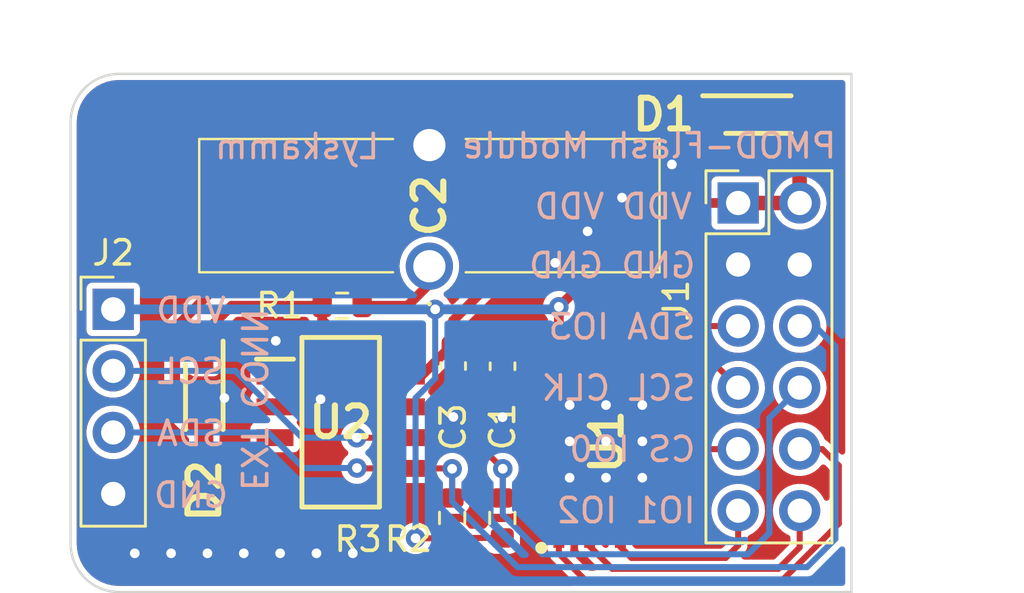
<source format=kicad_pcb>
(kicad_pcb (version 20211014) (generator pcbnew)
  (layers (0 "F.Cu" signal) (31 "B.Cu" signal) (34 "B.Paste" user) (35 "F.Paste" user) (36 "B.SilkS" user "B.Silkscreen") (37 "F.SilkS" user "F.Silkscreen") (38 "B.Mask" user) (39 "F.Mask" user) (44 "Edge.Cuts" user))
  (net 0 "")
  (net 1 "GND")
  (net 2 "VDD")
  (net 3 "Net-(C2-Pad1)")
  (net 4 "Net-(C3-Pad2)")
  (net 5 "/FLASH_CLK")
  (net 6 "/FLASH_IO2")
  (net 7 "/FLASH_IO1")
  (net 8 "/FLASH_IO3")
  (net 9 "/FLASH_IO0")
  (net 10 "/I2C_SCL")
  (net 11 "/FLASH_CS")
  (net 12 "/I2C_SDA")
  (footprint "Capacitor_SMD:C_0603_1608Metric" (layer "F.Cu") (at 146.05 101.01 90)
    (fp_text reference "C3" (at -2.52 0 90) (layer "F.SilkS"))
    (fp_text value "0.1uF")
    (fp_line (start -0.14058 0.51) (end 0.14058 0.51) (layer "F.SilkS") (width 0.12))
    (fp_line (start -0.14058 -0.51) (end 0.14058 -0.51) (layer "F.SilkS") (width 0.12))
    (pad "1" smd roundrect (at -0.775 0 90) (size 0.9 0.95) (layers "F.Cu" "F.Paste" "F.Mask") (net 1 "GND"))
    (pad "2" smd roundrect (at 0.775 0 90) (size 0.9 0.95) (layers "F.Cu" "F.Paste" "F.Mask") (net 4 "Net-(C3-Pad2)"))
  )
  (footprint "EECS5R5H155N:EECS5R5V155N" (layer "F.Cu") (at 145.07 94.39 90)
    (fp_text reference "C2" (at 0 0 90) (layer "F.SilkS") (effects (font (size 1.27 1.27) (thickness 0.254))))
    (fp_text value "1.5F" hide)
    (fp_line (start -4.1 0) (end -4.1 0) (layer "F.SilkS") (width 0.1))
    (fp_line (start -2.75 -1.5) (end -2.75 -9.5) (layer "F.SilkS") (width 0.1))
    (fp_line (start -4 0) (end -4 0) (layer "F.SilkS") (width 0.1))
    (fp_line (start 2.75 1.5) (end 2.75 9.5) (layer "F.SilkS") (width 0.1))
    (fp_line (start -2.75 9.5) (end -2.75 1.5) (layer "F.SilkS") (width 0.1))
    (fp_line (start 2.75 9.5) (end -2.75 9.5) (layer "F.SilkS") (width 0.1))
    (fp_line (start 2.75 -9.5) (end 2.75 -1.5) (layer "F.SilkS") (width 0.1))
    (fp_line (start -2.75 -9.5) (end 2.75 -9.5) (layer "F.SilkS") (width 0.1))
    (fp_arc (start -4.1 0) (mid -4.05 -0.05) (end -4 0) (layer "F.SilkS") (width 0.1))
    (fp_arc (start -4 0) (mid -4.05 0.05) (end -4.1 0) (layer "F.SilkS") (width 0.1))
    (pad "1" thru_hole circle locked (at -2.5 0 90) (size 1.95 1.95) (drill 1.33) (layers *.Cu *.Mask) (net 3 "Net-(C2-Pad1)"))
    (pad "2" thru_hole circle locked (at 2.5 0 90) (size 1.95 1.95) (drill 1.33) (layers *.Cu *.Mask) (net 1 "GND"))
  )
  (footprint "W25N01GVZEIG:SON127P800X600X80-9N-D" (layer "F.Cu") (at 152.32 104.14 90)
    (fp_text reference "U1" (at 0.01 0.07 90) (layer "F.SilkS") (effects (font (size 1.27 1.27) (thickness 0.254))))
    (fp_text value "W25N01GVZEIG" hide)
    (fp_circle (center -4.375 -2.63) (end -4.375 -2.505) (layer "F.SilkS") (width 0.25) (fill none))
    (pad "1" smd rect locked (at -3.9 -1.905 180) (size 0.45 0.95) (layers "F.Cu" "F.Paste" "F.Mask") (net 11 "/FLASH_CS"))
    (pad "2" smd rect locked (at -3.9 -0.635 180) (size 0.45 0.95) (layers "F.Cu" "F.Paste" "F.Mask") (net 7 "/FLASH_IO1"))
    (pad "3" smd rect locked (at -3.9 0.635 180) (size 0.45 0.95) (layers "F.Cu" "F.Paste" "F.Mask") (net 6 "/FLASH_IO2"))
    (pad "4" smd rect locked (at -3.9 1.905 180) (size 0.45 0.95) (layers "F.Cu" "F.Paste" "F.Mask") (net 1 "GND"))
    (pad "5" smd rect locked (at 3.9 1.905 180) (size 0.45 0.95) (layers "F.Cu" "F.Paste" "F.Mask") (net 9 "/FLASH_IO0"))
    (pad "6" smd rect locked (at 3.9 0.635 180) (size 0.45 0.95) (layers "F.Cu" "F.Paste" "F.Mask") (net 5 "/FLASH_CLK"))
    (pad "7" smd rect locked (at 3.9 -0.635 180) (size 0.45 0.95) (layers "F.Cu" "F.Paste" "F.Mask") (net 8 "/FLASH_IO3"))
    (pad "8" smd rect locked (at 3.9 -1.905 180) (size 0.45 0.95) (layers "F.Cu" "F.Paste" "F.Mask") (net 2 "VDD"))
    (pad "9" smd rect locked (at 0 0 90) (size 4.7 5.25) (layers "F.Cu" "F.Paste" "F.Mask") (net 1 "GND"))
  )
  (footprint "Resistor_SMD:R_0603_1608Metric" (layer "F.Cu") (at 141.47 98.52)
    (fp_text reference "R1" (at -2.57 0) (layer "F.SilkS"))
    (fp_text value "50")
    (fp_line (start -0.237258 -0.5225) (end 0.237258 -0.5225) (layer "F.SilkS") (width 0.12))
    (fp_line (start -0.237258 0.5225) (end 0.237258 0.5225) (layer "F.SilkS") (width 0.12))
    (pad "1" smd roundrect (at -0.825 0) (size 0.8 0.95) (layers "F.Cu" "F.Paste" "F.Mask") (net 4 "Net-(C3-Pad2)"))
    (pad "2" smd roundrect (at 0.825 0) (size 0.8 0.95) (layers "F.Cu" "F.Paste" "F.Mask") (net 3 "Net-(C2-Pad1)"))
  )
  (footprint "Resistor_SMD:R_0603_1608Metric" (layer "F.Cu") (at 146.01 107.28 90)
    (fp_text reference "R3" (at -0.88 -3.88) (layer "F.SilkS"))
    (fp_text value "4.7k")
    (fp_line (start -0.237258 0.5225) (end 0.237258 0.5225) (layer "F.SilkS") (width 0.12))
    (fp_line (start -0.237258 -0.5225) (end 0.237258 -0.5225) (layer "F.SilkS") (width 0.12))
    (pad "1" smd roundrect (at -0.825 0 90) (size 0.8 0.95) (layers "F.Cu" "F.Paste" "F.Mask") (net 2 "VDD"))
    (pad "2" smd roundrect (at 0.825 0 90) (size 0.8 0.95) (layers "F.Cu" "F.Paste" "F.Mask") (net 12 "/I2C_SDA"))
  )
  (footprint "Resistor_SMD:R_0603_1608Metric" (layer "F.Cu") (at 148.08 107.28 90)
    (fp_text reference "R2" (at -0.88 -3.87) (layer "F.SilkS"))
    (fp_text value "4.7k")
    (fp_line (start -0.237258 0.5225) (end 0.237258 0.5225) (layer "F.SilkS") (width 0.12))
    (fp_line (start -0.237258 -0.5225) (end 0.237258 -0.5225) (layer "F.SilkS") (width 0.12))
    (pad "1" smd roundrect (at -0.825 0 90) (size 0.8 0.95) (layers "F.Cu" "F.Paste" "F.Mask") (net 2 "VDD"))
    (pad "2" smd roundrect (at 0.825 0 90) (size 0.8 0.95) (layers "F.Cu" "F.Paste" "F.Mask") (net 10 "/I2C_SCL"))
  )
  (footprint "RX8010SJ:SOIC127P600X265-8N" (layer "F.Cu") (at 141.41 103.33)
    (fp_text reference "U2" (at 0 0) (layer "F.SilkS") (effects (font (size 1.27 1.27) (thickness 0.254))))
    (fp_text value "RX8010SJ" hide)
    (fp_line (start -3.475 -2.605) (end -1.95 -2.605) (layer "F.SilkS") (width 0.2))
    (fp_line (start -1.6 3.5) (end -1.6 -3.5) (layer "F.SilkS") (width 0.2))
    (fp_line (start 1.6 -3.5) (end 1.6 3.5) (layer "F.SilkS") (width 0.2))
    (fp_line (start -1.6 -3.5) (end 1.6 -3.5) (layer "F.SilkS") (width 0.2))
    (fp_line (start 1.6 3.5) (end -1.6 3.5) (layer "F.SilkS") (width 0.2))
    (pad "1" smd rect locked (at -2.712 -1.905 90) (size 0.7 1.525) (layers "F.Cu" "F.Paste" "F.Mask"))
    (pad "2" smd rect locked (at -2.712 -0.635 90) (size 0.7 1.525) (layers "F.Cu" "F.Paste" "F.Mask"))
    (pad "3" smd rect locked (at -2.712 0.635 90) (size 0.7 1.525) (layers "F.Cu" "F.Paste" "F.Mask"))
    (pad "4" smd rect locked (at -2.712 1.905 90) (size 0.7 1.525) (layers "F.Cu" "F.Paste" "F.Mask") (net 1 "GND"))
    (pad "5" smd rect locked (at 2.712 1.905 90) (size 0.7 1.525) (layers "F.Cu" "F.Paste" "F.Mask") (net 12 "/I2C_SDA"))
    (pad "6" smd rect locked (at 2.712 0.635 90) (size 0.7 1.525) (layers "F.Cu" "F.Paste" "F.Mask") (net 10 "/I2C_SCL"))
    (pad "7" smd rect locked (at 2.712 -0.635 90) (size 0.7 1.525) (layers "F.Cu" "F.Paste" "F.Mask"))
    (pad "8" smd rect locked (at 2.712 -1.905 90) (size 0.7 1.525) (layers "F.Cu" "F.Paste" "F.Mask") (net 4 "Net-(C3-Pad2)"))
  )
  (footprint "Capacitor_SMD:C_0603_1608Metric" (layer "F.Cu") (at 148.09 101.02 90)
    (fp_text reference "C1" (at -2.49 0 90) (layer "F.SilkS"))
    (fp_text value "0.1uF")
    (fp_line (start -0.14058 0.51) (end 0.14058 0.51) (layer "F.SilkS") (width 0.12))
    (fp_line (start -0.14058 -0.51) (end 0.14058 -0.51) (layer "F.SilkS") (width 0.12))
    (pad "1" smd roundrect (at -0.775 0 90) (size 0.9 0.95) (layers "F.Cu" "F.Paste" "F.Mask") (net 1 "GND"))
    (pad "2" smd roundrect (at 0.775 0 90) (size 0.9 0.95) (layers "F.Cu" "F.Paste" "F.Mask") (net 2 "VDD"))
  )
  (footprint "1N5819HW:SOD3716X145N" (layer "F.Cu") (at 135.78 102.28 -90)
    (fp_text reference "D2" (at 3.88 0 90) (layer "F.SilkS") (effects (font (size 1.27 1.27) (thickness 0.254))))
    (fp_text value "1N5819HW" hide)
    (fp_line (start -2.3 -0.775) (end 1.35 -0.775) (layer "F.SilkS") (width 0.2))
    (fp_line (start -1.35 0.775) (end 1.35 0.775) (layer "F.SilkS") (width 0.2))
    (pad "1" smd rect locked (at -1.7 0) (size 0.75 1.2) (layers "F.Cu" "F.Paste" "F.Mask") (net 4 "Net-(C3-Pad2)"))
    (pad "2" smd rect locked (at 1.7 0) (size 0.75 1.2) (layers "F.Cu" "F.Paste" "F.Mask") (net 3 "Net-(C2-Pad1)"))
  )
  (footprint "1N5819HW:SOD3716X145N" (layer "F.Cu") (at 158.65 90.63)
    (fp_text reference "D1" (at -3.91 0) (layer "F.SilkS") (effects (font (size 1.27 1.27) (thickness 0.254))))
    (fp_text value "1N5819HW" hide)
    (fp_line (start -2.3 -0.775) (end 1.35 -0.775) (layer "F.SilkS") (width 0.2))
    (fp_line (start -1.35 0.775) (end 1.35 0.775) (layer "F.SilkS") (width 0.2))
    (pad "1" smd rect locked (at -1.7 0 90) (size 0.75 1.2) (layers "F.Cu" "F.Paste" "F.Mask") (net 4 "Net-(C3-Pad2)"))
    (pad "2" smd rect locked (at 1.7 0 90) (size 0.75 1.2) (layers "F.Cu" "F.Paste" "F.Mask") (net 2 "VDD"))
  )
  (footprint "Connector_PinHeader_2.54mm:PinHeader_2x06_P2.54mm_Vertical" (layer "F.Cu") (at 157.815 94.28)
    (fp_text reference "J1" (at -2.555 4.03 90) (layer "F.SilkS"))
    (fp_text value "PMOD_02x06")
    (fp_line (start -1.33 1.27) (end 1.27 1.27) (layer "F.SilkS") (width 0.12))
    (fp_line (start -1.33 0) (end -1.33 -1.33) (layer "F.SilkS") (width 0.12))
    (fp_line (start 1.27 1.27) (end 1.27 -1.33) (layer "F.SilkS") (width 0.12))
    (fp_line (start 1.27 -1.33) (end 3.87 -1.33) (layer "F.SilkS") (width 0.12))
    (fp_line (start -1.33 1.27) (end -1.33 14.03) (layer "F.SilkS") (width 0.12))
    (fp_line (start -1.33 14.03) (end 3.87 14.03) (layer "F.SilkS") (width 0.12))
    (fp_line (start 3.87 -1.33) (end 3.87 14.03) (layer "F.SilkS") (width 0.12))
    (fp_line (start -1.33 -1.33) (end 0 -1.33) (layer "F.SilkS") (width 0.12))
    (pad "1" thru_hole rect (at 0 0) (size 1.7 1.7) (drill 1) (layers *.Cu *.Mask) (net 2 "VDD"))
    (pad "2" thru_hole oval (at 2.54 0) (size 1.7 1.7) (drill 1) (layers *.Cu *.Mask) (net 2 "VDD"))
    (pad "3" thru_hole oval (at 0 2.54) (size 1.7 1.7) (drill 1) (layers *.Cu *.Mask) (net 1 "GND"))
    (pad "4" thru_hole oval (at 2.54 2.54) (size 1.7 1.7) (drill 1) (layers *.Cu *.Mask) (net 1 "GND"))
    (pad "5" thru_hole oval (at 0 5.08) (size 1.7 1.7) (drill 1) (layers *.Cu *.Mask) (net 8 "/FLASH_IO3"))
    (pad "6" thru_hole oval (at 2.54 5.08) (size 1.7 1.7) (drill 1) (layers *.Cu *.Mask) (net 12 "/I2C_SDA"))
    (pad "7" thru_hole oval (at 0 7.62) (size 1.7 1.7) (drill 1) (layers *.Cu *.Mask) (net 5 "/FLASH_CLK"))
    (pad "8" thru_hole oval (at 2.54 7.62) (size 1.7 1.7) (drill 1) (layers *.Cu *.Mask) (net 10 "/I2C_SCL"))
    (pad "9" thru_hole oval (at 0 10.16) (size 1.7 1.7) (drill 1) (layers *.Cu *.Mask) (net 9 "/FLASH_IO0"))
    (pad "10" thru_hole oval (at 2.54 10.16) (size 1.7 1.7) (drill 1) (layers *.Cu *.Mask) (net 11 "/FLASH_CS"))
    (pad "11" thru_hole oval (at 0 12.7) (size 1.7 1.7) (drill 1) (layers *.Cu *.Mask) (net 6 "/FLASH_IO2"))
    (pad "12" thru_hole oval (at 2.54 12.7) (size 1.7 1.7) (drill 1) (layers *.Cu *.Mask) (net 7 "/FLASH_IO1"))
  )
  (footprint "Connector_PinHeader_2.54mm:PinHeader_1x04_P2.54mm_Vertical" (layer "F.Cu") (at 132.02 98.67)
    (fp_text reference "J2" (at 0 -2.33) (layer "F.SilkS"))
    (fp_text value "Conn_01x04")
    (fp_line (start 1.33 1.27) (end 1.33 8.95) (layer "F.SilkS") (width 0.12))
    (fp_line (start -1.33 0) (end -1.33 -1.33) (layer "F.SilkS") (width 0.12))
    (fp_line (start -1.33 -1.33) (end 0 -1.33) (layer "F.SilkS") (width 0.12))
    (fp_line (start -1.33 1.27) (end 1.33 1.27) (layer "F.SilkS") (width 0.12))
    (fp_line (start -1.33 1.27) (end -1.33 8.95) (layer "F.SilkS") (width 0.12))
    (fp_line (start -1.33 8.95) (end 1.33 8.95) (layer "F.SilkS") (width 0.12))
    (pad "1" thru_hole rect (at 0 0) (size 1.7 1.7) (drill 1) (layers *.Cu *.Mask) (net 2 "VDD"))
    (pad "2" thru_hole oval (at 0 2.54) (size 1.7 1.7) (drill 1) (layers *.Cu *.Mask) (net 10 "/I2C_SCL"))
    (pad "3" thru_hole oval (at 0 5.08) (size 1.7 1.7) (drill 1) (layers *.Cu *.Mask) (net 12 "/I2C_SDA"))
    (pad "4" thru_hole oval (at 0 7.62) (size 1.7 1.7) (drill 1) (layers *.Cu *.Mask) (net 1 "GND"))
  )
  (gr_line (start 162.49 106.43) (end 162.49 110.33) (layer "Edge.Cuts") (width 0.1))
  (gr_line (start 162.49 88.97) (end 162.49 88.95) (layer "Edge.Cuts") (width 0.1))
  (gr_line (start 162.49 106.43) (end 162.49 88.97) (layer "Edge.Cuts") (width 0.1))
  (gr_arc (start 130.26 90.96) (mid 130.843715 89.540786) (end 132.26 88.95) (layer "Edge.Cuts") (width 0.1))
  (gr_line (start 162.49 110.33) (end 162.49 110.34) (layer "Edge.Cuts") (width 0.1))
  (gr_line (start 130.26 108.33) (end 130.26 90.96) (layer "Edge.Cuts") (width 0.1))
  (gr_line (start 162.49 88.95) (end 132.26 88.95) (layer "Edge.Cuts") (width 0.1))
  (gr_arc (start 132.26 110.34) (mid 130.843715 109.749214) (end 130.26 108.33) (layer "Edge.Cuts") (width 0.1))
  (gr_line (start 162.49 110.34) (end 132.26 110.34) (layer "Edge.Cuts") (width 0.1))
  (gr_text "GND" (at 135.23 106.34) (layer "B.SilkS") (effects (font (size 1 1)) (justify mirror)))
  (gr_text "EXT CONN" (at 137.81 102.4 270) (layer "B.SilkS") (effects (font (size 1 1)) (justify mirror)))
  (gr_text "SDA IO3" (at 153.022857 99.3925) (layer "B.SilkS") (effects (font (size 1 1)) (justify mirror)))
  (gr_text "GND GND" (at 152.618095 96.865) (layer "B.SilkS") (effects (font (size 1 1)) (justify mirror)))
  (gr_text "SCL CLK" (at 152.88 101.92) (layer "B.SilkS") (effects (font (size 1 1)) (justify mirror)))
  (gr_text "VDD VDD" (at 152.66 94.43) (layer "B.SilkS") (effects (font (size 1 1)) (justify mirror)))
  (gr_text "SCL" (at 135.23 101.23) (layer "B.SilkS") (effects (font (size 1 1)) (justify mirror)))
  (gr_text "CS IO0" (at 153.451429 104.4475) (layer "B.SilkS") (effects (font (size 1 1)) (justify mirror)))
  (gr_text "PMOD-Flash Module" (at 154.14 91.92) (layer "B.SilkS") (effects (font (size 1 1)) (justify mirror)))
  (gr_text "Lyskamm" (at 139.61 91.95) (layer "B.SilkS") (effects (font (size 1 1)) (justify mirror)))
  (gr_text "IO1 IO2" (at 153.189524 106.975) (layer "B.SilkS") (effects (font (size 1 1)) (justify mirror)))
  (gr_text "VDD" (at 135.23 98.72) (layer "B.SilkS") (effects (font (size 1 1)) (justify mirror)))
  (gr_text "SDA" (at 135.23 103.79) (layer "B.SilkS") (effects (font (size 1 1)) (justify mirror)))
  (via (at 132.91 108.74) (size 0.8) (drill 0.4) (layers "F.Cu" "B.Cu") (net 1))
  (via (at 150.86 102.62) (size 0.8) (drill 0.4) (layers "F.Cu" "B.Cu") (net 1))
  (via (at 140.58 102.38) (size 0.8) (drill 0.4) (layers "F.Cu" "B.Cu") (net 1))
  (via (at 153.02 94.06) (size 0.8) (drill 0.4) (layers "F.Cu" "B.Cu") (net 1))
  (via (at 153.86 102.62) (size 0.8) (drill 0.4) (layers "F.Cu" "B.Cu") (net 1))
  (via (at 150.86 104.12) (size 0.8) (drill 0.4) (layers "F.Cu" "B.Cu") (net 1))
  (via (at 155.08 92.69) (size 0.8) (drill 0.4) (layers "F.Cu" "B.Cu") (net 1))
  (via (at 138.73 99.97) (size 0.8) (drill 0.4) (layers "F.Cu" "B.Cu") (net 1))
  (via (at 136.61 102.33) (size 0.8) (drill 0.4) (layers "F.Cu" "B.Cu") (net 1))
  (via (at 134.41 108.74) (size 0.8) (drill 0.4) (layers "F.Cu" "B.Cu") (net 1))
  (via (at 150.86 105.62) (size 0.8) (drill 0.4) (layers "F.Cu" "B.Cu") (net 1))
  (via (at 148.09 103.12) (size 0.8) (drill 0.4) (layers "F.Cu" "B.Cu") (net 1))
  (via (at 151.6 95.45) (size 0.8) (drill 0.4) (layers "F.Cu" "B.Cu") (net 1))
  (via (at 137.41 108.74) (size 0.8) (drill 0.4) (layers "F.Cu" "B.Cu") (net 1))
  (via (at 152.36 104.12) (size 0.8) (drill 0.4) (layers "F.Cu" "B.Cu") (net 1))
  (via (at 135.91 108.74) (size 0.8) (drill 0.4) (layers "F.Cu" "B.Cu") (net 1))
  (via (at 141.91 108.74) (size 0.8) (drill 0.4) (layers "F.Cu" "B.Cu") (net 1))
  (via (at 150.26 96.75) (size 0.8) (drill 0.4) (layers "F.Cu" "B.Cu") (net 1))
  (via (at 140.41 108.74) (size 0.8) (drill 0.4) (layers "F.Cu" "B.Cu") (net 1))
  (via (at 146.06 103.11) (size 0.8) (drill 0.4) (layers "F.Cu" "B.Cu") (net 1))
  (via (at 138.91 108.74) (size 0.8) (drill 0.4) (layers "F.Cu" "B.Cu") (net 1))
  (via (at 153.86 104.12) (size 0.8) (drill 0.4) (layers "F.Cu" "B.Cu") (net 1))
  (via (at 152.36 105.62) (size 0.8) (drill 0.4) (layers "F.Cu" "B.Cu") (net 1))
  (via (at 153.86 105.62) (size 0.8) (drill 0.4) (layers "F.Cu" "B.Cu") (net 1))
  (via (at 152.36 102.62) (size 0.8) (drill 0.4) (layers "F.Cu" "B.Cu") (net 1))
  (segment (start 144.5 108.12) (end 145.995 108.12) (width 0.25) (layer "F.Cu") (net 2))
  (segment (start 160.355 94.28) (end 157.815 94.28) (width 0.6) (layer "F.Cu") (net 2))
  (segment (start 160.35 90.63) (end 160.35 94.275) (width 0.6) (layer "F.Cu") (net 2))
  (segment (start 150.415 98.565) (end 150.415 100.24) (width 0.4) (layer "F.Cu") (net 2))
  (segment (start 146.01 108.105) (end 148.08 108.105) (width 0.25) (layer "F.Cu") (net 2))
  (segment (start 148.09 100.245) (end 150.41 100.245) (width 0.4) (layer "F.Cu") (net 2))
  (segment (start 150.425 98.565) (end 150.415 98.565) (width 0.4) (layer "F.Cu") (net 2))
  (segment (start 160.35 94.275) (end 160.355 94.28) (width 0.25) (layer "F.Cu") (net 2))
  (segment (start 154.71 94.28) (end 150.425 98.565) (width 0.4) (layer "F.Cu") (net 2))
  (segment (start 157.815 94.28) (end 154.71 94.28) (width 0.4) (layer "F.Cu") (net 2))
  (segment (start 145.995 108.12) (end 146.01 108.105) (width 0.25) (layer "F.Cu") (net 2))
  (via (at 150.415 98.565) (size 0.8) (drill 0.4) (layers "F.Cu" "B.Cu") (net 2))
  (via (at 144.5 108.12) (size 0.8) (drill 0.4) (layers "F.Cu" "B.Cu") (net 2))
  (via (at 145.31 98.67) (size 0.8) (drill 0.4) (layers "F.Cu" "B.Cu") (net 2))
  (segment (start 150.31 98.67) (end 145.31 98.67) (width 0.4) (layer "B.Cu") (net 2))
  (segment (start 145.31 101.52) (end 145.31 98.67) (width 0.25) (layer "B.Cu") (net 2))
  (segment (start 144.5 108.12) (end 144.5 102.33) (width 0.25) (layer "B.Cu") (net 2))
  (segment (start 144.5 102.33) (end 145.31 101.52) (width 0.25) (layer "B.Cu") (net 2))
  (segment (start 145.31 98.67) (end 132.02 98.67) (width 0.4) (layer "B.Cu") (net 2))
  (segment (start 150.415 98.565) (end 150.31 98.67) (width 0.4) (layer "B.Cu") (net 2))
  (segment (start 144.17 98.52) (end 145.07 97.62) (width 0.4) (layer "F.Cu") (net 3))
  (segment (start 134.58 99.43) (end 134.58 102.78) (width 0.4) (layer "F.Cu") (net 3))
  (segment (start 142.295 97.965) (end 141.79 97.46) (width 0.4) (layer "F.Cu") (net 3))
  (segment (start 134.58 102.78) (end 135.78 103.98) (width 0.4) (layer "F.Cu") (net 3))
  (segment (start 141.79 97.46) (end 136.55 97.46) (width 0.4) (layer "F.Cu") (net 3))
  (segment (start 142.295 98.52) (end 142.295 97.965) (width 0.4) (layer "F.Cu") (net 3))
  (segment (start 136.55 97.46) (end 134.58 99.43) (width 0.4) (layer "F.Cu") (net 3))
  (segment (start 142.295 98.52) (end 144.17 98.52) (width 0.4) (layer "F.Cu") (net 3))
  (segment (start 144.122 101.425) (end 142.955 101.425) (width 0.4) (layer "F.Cu") (net 4))
  (segment (start 140.645 99.115) (end 140.645 98.52) (width 0.4) (layer "F.Cu") (net 4))
  (segment (start 144.725 101.425) (end 144.122 101.425) (width 0.25) (layer "F.Cu") (net 4))
  (segment (start 135.78 99.65) (end 135.78 100.58) (width 0.4) (layer "F.Cu") (net 4))
  (segment (start 146.05 99.13) (end 146.05 100.235) (width 0.4) (layer "F.Cu") (net 4))
  (segment (start 156.95 90.63) (end 154.55 90.63) (width 0.4) (layer "F.Cu") (net 4))
  (segment (start 154.55 90.63) (end 146.05 99.13) (width 0.4) (layer "F.Cu") (net 4))
  (segment (start 142.955 101.425) (end 140.645 99.115) (width 0.4) (layer "F.Cu") (net 4))
  (segment (start 140.645 98.52) (end 136.91 98.52) (width 0.4) (layer "F.Cu") (net 4))
  (segment (start 136.91 98.52) (end 135.78 99.65) (width 0.4) (layer "F.Cu") (net 4))
  (segment (start 145.77 100.38) (end 144.725 101.425) (width 0.4) (layer "F.Cu") (net 4))
  (segment (start 152.955 99.785) (end 153.33 99.41) (width 0.25) (layer "F.Cu") (net 5))
  (segment (start 153.33 99.41) (end 155.325 99.41) (width 0.25) (layer "F.Cu") (net 5))
  (segment (start 152.955 100.24) (end 152.955 99.785) (width 0.25) (layer "F.Cu") (net 5))
  (segment (start 155.325 99.41) (end 157.815 101.9) (width 0.25) (layer "F.Cu") (net 5))
  (segment (start 153.41 108.93) (end 157.3 108.93) (width 0.25) (layer "F.Cu") (net 6))
  (segment (start 157.3 108.93) (end 157.815 108.415) (width 0.25) (layer "F.Cu") (net 6))
  (segment (start 152.955 108.04) (end 152.955 108.475) (width 0.25) (layer "F.Cu") (net 6))
  (segment (start 157.815 108.415) (end 157.815 106.98) (width 0.25) (layer "F.Cu") (net 6))
  (segment (start 152.955 108.475) (end 153.41 108.93) (width 0.25) (layer "F.Cu") (net 6))
  (segment (start 151.685 108.445) (end 152.62 109.38) (width 0.25) (layer "F.Cu") (net 7))
  (segment (start 160.355 108.495) (end 160.355 106.98) (width 0.25) (layer "F.Cu") (net 7))
  (segment (start 151.685 108.04) (end 151.685 108.445) (width 0.25) (layer "F.Cu") (net 7))
  (segment (start 152.62 109.38) (end 159.47 109.38) (width 0.25) (layer "F.Cu") (net 7))
  (segment (start 159.47 109.38) (end 160.355 108.495) (width 0.25) (layer "F.Cu") (net 7))
  (segment (start 151.685 100.24) (end 151.685 99.715) (width 0.25) (layer "F.Cu") (net 8))
  (segment (start 152.54 98.86) (end 155.88 98.86) (width 0.25) (layer "F.Cu") (net 8))
  (segment (start 155.88 98.86) (end 156.38 99.36) (width 0.25) (layer "F.Cu") (net 8))
  (segment (start 151.685 99.715) (end 152.54 98.86) (width 0.25) (layer "F.Cu") (net 8))
  (segment (start 156.38 99.36) (end 157.815 99.36) (width 0.25) (layer "F.Cu") (net 8))
  (segment (start 156.35 104.44) (end 157.815 104.44) (width 0.25) (layer "F.Cu") (net 9))
  (segment (start 155.67 101.1) (end 155.67 103.76) (width 0.25) (layer "F.Cu") (net 9))
  (segment (start 155.67 103.76) (end 156.35 104.44) (width 0.25) (layer "F.Cu") (net 9))
  (segment (start 154.225 100.24) (end 154.81 100.24) (width 0.25) (layer "F.Cu") (net 9))
  (segment (start 154.81 100.24) (end 155.67 101.1) (width 0.25) (layer "F.Cu") (net 9))
  (segment (start 144.122 103.965) (end 146.815 103.965) (width 0.25) (layer "F.Cu") (net 10))
  (segment (start 144.117 103.97) (end 144.122 103.965) (width 0.25) (layer "F.Cu") (net 10))
  (segment (start 148.1 105.25) (end 148.1 106.435) (width 0.25) (layer "F.Cu") (net 10))
  (segment (start 146.815 103.965) (end 148.1 105.25) (width 0.25) (layer "F.Cu") (net 10))
  (segment (start 142.07 103.97) (end 144.117 103.97) (width 0.25) (layer "F.Cu") (net 10))
  (via (at 142.07 103.97) (size 0.8) (drill 0.4) (layers "F.Cu" "B.Cu") (net 10))
  (via (at 148.1 105.25) (size 0.8) (drill 0.4) (layers "F.Cu" "B.Cu") (net 10))
  (segment (start 158.22 108.78) (end 159.1 107.9) (width 0.25) (layer "B.Cu") (net 10))
  (segment (start 137.06 101.21) (end 132.02 101.21) (width 0.25) (layer "B.Cu") (net 10))
  (segment (start 159.1 103.155) (end 160.355 101.9) (width 0.25) (layer "B.Cu") (net 10))
  (segment (start 149.74 108.78) (end 158.22 108.78) (width 0.25) (layer "B.Cu") (net 10))
  (segment (start 148.1 107.14) (end 149.74 108.78) (width 0.25) (layer "B.Cu") (net 10))
  (segment (start 139.82 103.97) (end 137.06 101.21) (width 0.25) (layer "B.Cu") (net 10))
  (segment (start 159.1 107.9) (end 159.1 103.155) (width 0.25) (layer "B.Cu") (net 10))
  (segment (start 148.1 105.25) (end 148.1 107.14) (width 0.25) (layer "B.Cu") (net 10))
  (segment (start 142.07 103.97) (end 139.82 103.97) (width 0.25) (layer "B.Cu") (net 10))
  (segment (start 161.97 105.12) (end 161.29 104.44) (width 0.25) (layer "F.Cu") (net 11))
  (segment (start 159.646396 109.84) (end 161.97 107.516396) (width 0.25) (layer "F.Cu") (net 11))
  (segment (start 151.5 109.84) (end 159.646396 109.84) (width 0.25) (layer "F.Cu") (net 11))
  (segment (start 161.97 107.516396) (end 161.97 105.12) (width 0.25) (layer "F.Cu") (net 11))
  (segment (start 161.29 104.44) (end 160.355 104.44) (width 0.25) (layer "F.Cu") (net 11))
  (segment (start 150.415 108.755) (end 151.5 109.84) (width 0.25) (layer "F.Cu") (net 11))
  (segment (start 150.415 108.04) (end 150.415 108.755) (width 0.25) (layer "F.Cu") (net 11))
  (segment (start 144.122 105.235) (end 142.095 105.235) (width 0.25) (layer "F.Cu") (net 12))
  (segment (start 142.095 105.235) (end 142.08 105.22) (width 0.25) (layer "F.Cu") (net 12))
  (segment (start 144.122 105.235) (end 145.995 105.235) (width 0.25) (layer "F.Cu") (net 12))
  (segment (start 146.01 105.25) (end 146.01 106.455) (width 0.25) (layer "F.Cu") (net 12))
  (segment (start 145.995 105.235) (end 146.01 105.25) (width 0.25) (layer "F.Cu") (net 12))
  (via (at 142.08 105.22) (size 0.8) (drill 0.4) (layers "F.Cu" "B.Cu") (net 12))
  (via (at 146.01 105.25) (size 0.8) (drill 0.4) (layers "F.Cu" "B.Cu") (net 12))
  (segment (start 146.01 105.25) (end 146.01 106.61) (width 0.25) (layer "B.Cu") (net 12))
  (segment (start 139.88 105.22) (end 138.41 103.75) (width 0.25) (layer "B.Cu") (net 12))
  (segment (start 148.71 109.31) (end 160.66 109.31) (width 0.25) (layer "B.Cu") (net 12))
  (segment (start 160.99 99.36) (end 160.355 99.36) (width 0.25) (layer "B.Cu") (net 12))
  (segment (start 142.08 105.22) (end 139.88 105.22) (width 0.25) (layer "B.Cu") (net 12))
  (segment (start 146.01 106.61) (end 148.71 109.31) (width 0.25) (layer "B.Cu") (net 12))
  (segment (start 161.83 100.2) (end 160.99 99.36) (width 0.25) (layer "B.Cu") (net 12))
  (segment (start 161.83 108.14) (end 161.83 100.2) (width 0.25) (layer "B.Cu") (net 12))
  (segment (start 160.66 109.31) (end 161.83 108.14) (width 0.25) (layer "B.Cu") (net 12))
  (segment (start 138.41 103.75) (end 132.02 103.75) (width 0.25) (layer "B.Cu") (net 12))
  (zone (net 1) (net_name "GND") (layer "F.Cu") (connect_pads yes (clearance 0.254)) (min_thickness 0.254) (fill yes (thermal_gap 0.508) (thermal_bridge_width 0.508))
    (polygon (pts (xy 162.49 110.34) (xy 130.27 110.34) (xy 130.27 88.96) (xy 162.49 88.96)))
  )
  (zone (net 1) (net_name "GND") (layer "B.Cu") (connect_pads yes (clearance 0.254)) (min_thickness 0.254) (fill yes (thermal_gap 0.508) (thermal_bridge_width 0.508))
    (polygon (pts (xy 162.49 110.34) (xy 130.27 110.34) (xy 130.27 88.96) (xy 162.49 88.96)))
  )
)
</source>
